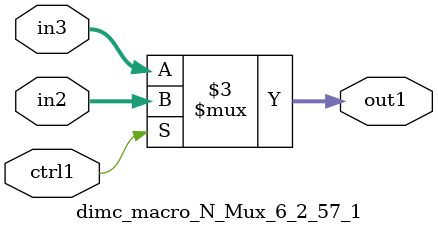
<source format=v>

`timescale 1ps / 1ps


module dimc_macro_N_Mux_6_2_57_1( in3, in2, ctrl1, out1 );

    input [5:0] in3;
    input [5:0] in2;
    input ctrl1;
    output [5:0] out1;
    reg [5:0] out1;

    
    // rtl_process:dimc_macro_N_Mux_6_2_57_1/dimc_macro_N_Mux_6_2_57_1_thread_1
    always @*
      begin : dimc_macro_N_Mux_6_2_57_1_thread_1
        case (ctrl1) 
          1'b1: 
            begin
              out1 = in2;
            end
          default: 
            begin
              out1 = in3;
            end
        endcase
      end

endmodule


</source>
